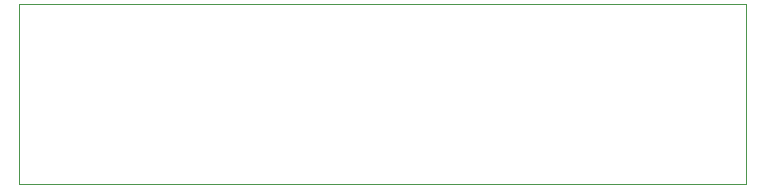
<source format=gbr>
G04 #@! TF.GenerationSoftware,KiCad,Pcbnew,5.1.5+dfsg1-2build2*
G04 #@! TF.CreationDate,2020-07-01T22:02:56+02:00*
G04 #@! TF.ProjectId,BaSe_SATA_Adapter_HDD_V1_1,42615365-5f53-4415-9441-5f4164617074,rev?*
G04 #@! TF.SameCoordinates,Original*
G04 #@! TF.FileFunction,Profile,NP*
%FSLAX46Y46*%
G04 Gerber Fmt 4.6, Leading zero omitted, Abs format (unit mm)*
G04 Created by KiCad (PCBNEW 5.1.5+dfsg1-2build2) date 2020-07-01 22:02:56*
%MOMM*%
%LPD*%
G04 APERTURE LIST*
%ADD10C,0.050000*%
G04 APERTURE END LIST*
D10*
X88265000Y-53975000D02*
X88265000Y-38735000D01*
X149860000Y-53975000D02*
X88265000Y-53975000D01*
X149860000Y-38735000D02*
X149860000Y-53975000D01*
X88265000Y-38735000D02*
X149860000Y-38735000D01*
M02*

</source>
